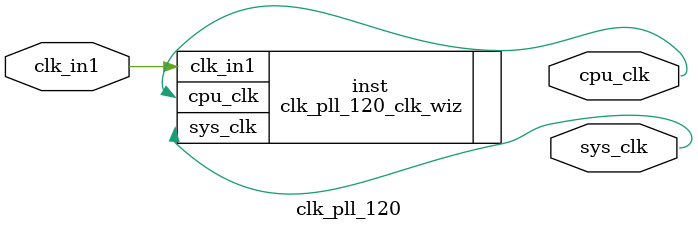
<source format=v>


`timescale 1ps/1ps

(* CORE_GENERATION_INFO = "clk_pll_120,clk_wiz_v6_0_4_0_0,{component_name=clk_pll_120,use_phase_alignment=true,use_min_o_jitter=false,use_max_i_jitter=false,use_dyn_phase_shift=false,use_inclk_switchover=false,use_dyn_reconfig=false,enable_axi=0,feedback_source=FDBK_AUTO,PRIMITIVE=PLL,num_out_clk=2,clkin1_period=10.000,clkin2_period=10.000,use_power_down=false,use_reset=false,use_locked=false,use_inclk_stopped=false,feedback_type=SINGLE,CLOCK_MGR_TYPE=NA,manual_override=false}" *)

module clk_pll_120 
 (
  // Clock out ports
  output        cpu_clk,
  output        sys_clk,
 // Clock in ports
  input         clk_in1
 );

  clk_pll_120_clk_wiz inst
  (
  // Clock out ports  
  .cpu_clk(cpu_clk),
  .sys_clk(sys_clk),
 // Clock in ports
  .clk_in1(clk_in1)
  );

endmodule

</source>
